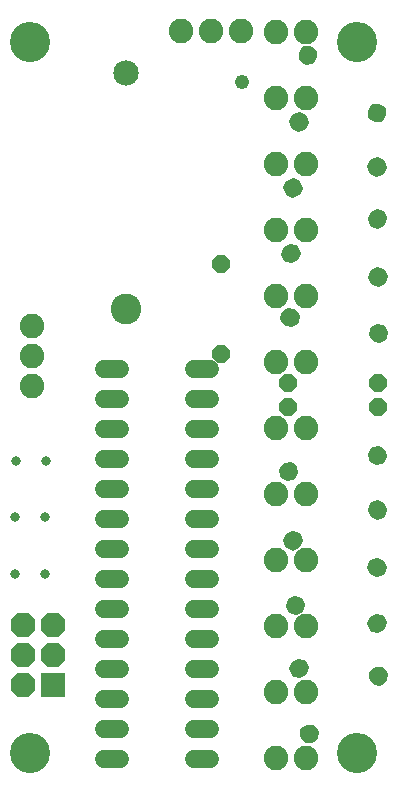
<source format=gts>
G75*
%MOIN*%
%OFA0B0*%
%FSLAX25Y25*%
%IPPOS*%
%LPD*%
%AMOC8*
5,1,8,0,0,1.08239X$1,22.5*
%
%ADD10C,0.13398*%
%ADD11C,0.03162*%
%ADD12C,0.06000*%
%ADD13OC8,0.06000*%
%ADD14C,0.08200*%
%ADD15C,0.01200*%
%ADD16R,0.08200X0.08200*%
%ADD17OC8,0.08200*%
%ADD18C,0.08477*%
%ADD19C,0.10249*%
%ADD20C,0.04800*%
D10*
X0017367Y0017900D03*
X0126567Y0017900D03*
X0126567Y0254800D03*
X0017367Y0254800D03*
D11*
X0012742Y0115130D03*
X0022742Y0115130D03*
X0022492Y0096515D03*
X0012492Y0096515D03*
X0012517Y0077700D03*
X0022517Y0077700D03*
D12*
X0042167Y0076030D02*
X0047367Y0076030D01*
X0047367Y0066030D02*
X0042167Y0066030D01*
X0042167Y0056030D02*
X0047367Y0056030D01*
X0047367Y0046030D02*
X0042167Y0046030D01*
X0042167Y0036030D02*
X0047367Y0036030D01*
X0047367Y0026030D02*
X0042167Y0026030D01*
X0042167Y0016030D02*
X0047367Y0016030D01*
X0072167Y0016030D02*
X0077367Y0016030D01*
X0077367Y0026030D02*
X0072167Y0026030D01*
X0072167Y0036030D02*
X0077367Y0036030D01*
X0077367Y0046030D02*
X0072167Y0046030D01*
X0072167Y0056030D02*
X0077367Y0056030D01*
X0077367Y0066030D02*
X0072167Y0066030D01*
X0072167Y0076030D02*
X0077367Y0076030D01*
X0077367Y0086030D02*
X0072167Y0086030D01*
X0072167Y0096030D02*
X0077367Y0096030D01*
X0077367Y0106030D02*
X0072167Y0106030D01*
X0072167Y0116030D02*
X0077367Y0116030D01*
X0077367Y0126030D02*
X0072167Y0126030D01*
X0072167Y0136030D02*
X0077367Y0136030D01*
X0077367Y0146030D02*
X0072167Y0146030D01*
X0047367Y0146030D02*
X0042167Y0146030D01*
X0042167Y0136030D02*
X0047367Y0136030D01*
X0047367Y0126030D02*
X0042167Y0126030D01*
X0042167Y0116030D02*
X0047367Y0116030D01*
X0047367Y0106030D02*
X0042167Y0106030D01*
X0042167Y0096030D02*
X0047367Y0096030D01*
X0047367Y0086030D02*
X0042167Y0086030D01*
D13*
X0103467Y0133200D03*
X0103467Y0141100D03*
X0081337Y0151000D03*
X0081337Y0181000D03*
X0133467Y0141100D03*
X0133467Y0133200D03*
D14*
X0109667Y0126200D03*
X0099667Y0126200D03*
X0099667Y0104200D03*
X0109667Y0104200D03*
X0109667Y0082200D03*
X0099667Y0082200D03*
X0099667Y0060200D03*
X0109667Y0060200D03*
X0109667Y0038200D03*
X0099667Y0038200D03*
X0099667Y0016200D03*
X0109667Y0016200D03*
X0018267Y0140180D03*
X0018267Y0150180D03*
X0018267Y0160180D03*
X0099667Y0170200D03*
X0109667Y0170200D03*
X0109667Y0148200D03*
X0099667Y0148200D03*
X0099667Y0192200D03*
X0109667Y0192200D03*
X0109667Y0214200D03*
X0099667Y0214200D03*
X0099667Y0236200D03*
X0109667Y0236200D03*
X0109667Y0258200D03*
X0099667Y0258200D03*
X0087767Y0258700D03*
X0077767Y0258700D03*
X0067767Y0258700D03*
D15*
X0108157Y0226840D02*
X0108757Y0226240D01*
X0106837Y0225725D01*
X0105116Y0226719D01*
X0104601Y0228639D01*
X0105595Y0230360D01*
X0107515Y0230875D01*
X0109236Y0229881D01*
X0109751Y0227961D01*
X0108757Y0226240D01*
X0108164Y0227013D01*
X0106964Y0226691D01*
X0105889Y0227312D01*
X0105567Y0228512D01*
X0106188Y0229587D01*
X0107388Y0229909D01*
X0108463Y0229288D01*
X0108785Y0228088D01*
X0108164Y0227013D01*
X0107571Y0227786D01*
X0107091Y0227657D01*
X0106662Y0227905D01*
X0106533Y0228385D01*
X0106781Y0228814D01*
X0107261Y0228943D01*
X0107690Y0228695D01*
X0107819Y0228215D01*
X0107571Y0227786D01*
X0106486Y0205076D02*
X0107086Y0204476D01*
X0105284Y0203635D01*
X0103417Y0204315D01*
X0102576Y0206117D01*
X0103256Y0207984D01*
X0105058Y0208825D01*
X0106925Y0208145D01*
X0107766Y0206343D01*
X0107086Y0204476D01*
X0106368Y0205134D01*
X0105241Y0204609D01*
X0104075Y0205033D01*
X0103550Y0206160D01*
X0103974Y0207326D01*
X0105101Y0207851D01*
X0106267Y0207427D01*
X0106792Y0206300D01*
X0106368Y0205134D01*
X0105649Y0205792D01*
X0105198Y0205582D01*
X0104733Y0205752D01*
X0104523Y0206203D01*
X0104693Y0206668D01*
X0105144Y0206878D01*
X0105609Y0206708D01*
X0105819Y0206257D01*
X0105649Y0205792D01*
X0105938Y0183401D02*
X0106538Y0182801D01*
X0104816Y0181807D01*
X0102897Y0182322D01*
X0101903Y0184044D01*
X0102418Y0185963D01*
X0104140Y0186957D01*
X0106059Y0186442D01*
X0107053Y0184720D01*
X0106538Y0182801D01*
X0105766Y0183394D01*
X0104689Y0182773D01*
X0103490Y0183094D01*
X0102869Y0184171D01*
X0103190Y0185370D01*
X0104267Y0185991D01*
X0105466Y0185670D01*
X0106087Y0184593D01*
X0105766Y0183394D01*
X0104993Y0183988D01*
X0104562Y0183739D01*
X0104084Y0183867D01*
X0103835Y0184298D01*
X0103963Y0184776D01*
X0104394Y0185025D01*
X0104872Y0184897D01*
X0105121Y0184466D01*
X0104993Y0183988D01*
X0105785Y0162210D02*
X0106385Y0161610D01*
X0104757Y0160469D01*
X0102800Y0160815D01*
X0101659Y0162443D01*
X0102005Y0164400D01*
X0103633Y0165541D01*
X0105590Y0165195D01*
X0106731Y0163567D01*
X0106385Y0161610D01*
X0105564Y0162133D01*
X0104546Y0161420D01*
X0103323Y0161636D01*
X0102610Y0162654D01*
X0102826Y0163877D01*
X0103844Y0164590D01*
X0105067Y0164374D01*
X0105780Y0163356D01*
X0105564Y0162133D01*
X0104742Y0162657D01*
X0104335Y0162372D01*
X0103847Y0162458D01*
X0103562Y0162865D01*
X0103648Y0163353D01*
X0104055Y0163638D01*
X0104543Y0163552D01*
X0104828Y0163145D01*
X0104742Y0162657D01*
X0135329Y0157000D02*
X0135929Y0156400D01*
X0134301Y0155259D01*
X0132344Y0155605D01*
X0131203Y0157233D01*
X0131549Y0159190D01*
X0133177Y0160331D01*
X0135134Y0159985D01*
X0136275Y0158357D01*
X0135929Y0156400D01*
X0135108Y0156923D01*
X0134090Y0156210D01*
X0132867Y0156426D01*
X0132154Y0157444D01*
X0132370Y0158667D01*
X0133388Y0159380D01*
X0134611Y0159164D01*
X0135324Y0158146D01*
X0135108Y0156923D01*
X0134286Y0157447D01*
X0133879Y0157162D01*
X0133391Y0157248D01*
X0133106Y0157655D01*
X0133192Y0158143D01*
X0133599Y0158428D01*
X0134087Y0158342D01*
X0134372Y0157935D01*
X0134286Y0157447D01*
X0134916Y0175637D02*
X0135516Y0175037D01*
X0133794Y0174043D01*
X0131875Y0174558D01*
X0130881Y0176280D01*
X0131396Y0178199D01*
X0133118Y0179193D01*
X0135037Y0178678D01*
X0136031Y0176956D01*
X0135516Y0175037D01*
X0134744Y0175630D01*
X0133667Y0175009D01*
X0132468Y0175330D01*
X0131847Y0176407D01*
X0132168Y0177606D01*
X0133245Y0178227D01*
X0134444Y0177906D01*
X0135065Y0176829D01*
X0134744Y0175630D01*
X0133971Y0176224D01*
X0133540Y0175975D01*
X0133062Y0176103D01*
X0132813Y0176534D01*
X0132941Y0177012D01*
X0133372Y0177261D01*
X0133850Y0177133D01*
X0134099Y0176702D01*
X0133971Y0176224D01*
X0134677Y0194816D02*
X0135277Y0194216D01*
X0133475Y0193375D01*
X0131608Y0194055D01*
X0130767Y0195857D01*
X0131447Y0197724D01*
X0133249Y0198565D01*
X0135116Y0197885D01*
X0135957Y0196083D01*
X0135277Y0194216D01*
X0134559Y0194874D01*
X0133432Y0194349D01*
X0132266Y0194773D01*
X0131741Y0195900D01*
X0132165Y0197066D01*
X0133292Y0197591D01*
X0134458Y0197167D01*
X0134983Y0196040D01*
X0134559Y0194874D01*
X0133840Y0195532D01*
X0133389Y0195322D01*
X0132924Y0195492D01*
X0132714Y0195943D01*
X0132884Y0196408D01*
X0133335Y0196618D01*
X0133800Y0196448D01*
X0134010Y0195997D01*
X0133840Y0195532D01*
X0134138Y0211840D02*
X0134738Y0211240D01*
X0132818Y0210725D01*
X0131097Y0211719D01*
X0130582Y0213639D01*
X0131576Y0215360D01*
X0133496Y0215875D01*
X0135217Y0214881D01*
X0135732Y0212961D01*
X0134738Y0211240D01*
X0134145Y0212013D01*
X0132945Y0211691D01*
X0131870Y0212312D01*
X0131548Y0213512D01*
X0132169Y0214587D01*
X0133369Y0214909D01*
X0134444Y0214288D01*
X0134766Y0213088D01*
X0134145Y0212013D01*
X0133552Y0212786D01*
X0133072Y0212657D01*
X0132643Y0212905D01*
X0132514Y0213385D01*
X0132762Y0213814D01*
X0133242Y0213943D01*
X0133671Y0213695D01*
X0133800Y0213215D01*
X0133552Y0212786D01*
X0133756Y0229554D02*
X0134356Y0228954D01*
X0132376Y0228781D01*
X0130853Y0230059D01*
X0130680Y0232039D01*
X0131958Y0233562D01*
X0133938Y0233735D01*
X0135461Y0232457D01*
X0135634Y0230477D01*
X0134356Y0228954D01*
X0133906Y0229819D01*
X0132669Y0229710D01*
X0131718Y0230509D01*
X0131609Y0231746D01*
X0132408Y0232697D01*
X0133645Y0232806D01*
X0134596Y0232007D01*
X0134705Y0230770D01*
X0133906Y0229819D01*
X0133457Y0230683D01*
X0132962Y0230639D01*
X0132582Y0230958D01*
X0132538Y0231453D01*
X0132857Y0231833D01*
X0133352Y0231877D01*
X0133732Y0231558D01*
X0133776Y0231063D01*
X0133457Y0230683D01*
X0110775Y0248838D02*
X0111375Y0248238D01*
X0109395Y0248065D01*
X0107872Y0249343D01*
X0107699Y0251323D01*
X0108977Y0252846D01*
X0110957Y0253019D01*
X0112480Y0251741D01*
X0112653Y0249761D01*
X0111375Y0248238D01*
X0110925Y0249103D01*
X0109688Y0248994D01*
X0108737Y0249793D01*
X0108628Y0251030D01*
X0109427Y0251981D01*
X0110664Y0252090D01*
X0111615Y0251291D01*
X0111724Y0250054D01*
X0110925Y0249103D01*
X0110476Y0249967D01*
X0109981Y0249923D01*
X0109601Y0250242D01*
X0109557Y0250737D01*
X0109876Y0251117D01*
X0110371Y0251161D01*
X0110751Y0250842D01*
X0110795Y0250347D01*
X0110476Y0249967D01*
X0135275Y0117043D02*
X0135875Y0116443D01*
X0134734Y0114815D01*
X0132777Y0114469D01*
X0131149Y0115610D01*
X0130803Y0117567D01*
X0131944Y0119195D01*
X0133901Y0119541D01*
X0135529Y0118400D01*
X0135875Y0116443D01*
X0134924Y0116654D01*
X0134211Y0115636D01*
X0132988Y0115420D01*
X0131970Y0116133D01*
X0131754Y0117356D01*
X0132467Y0118374D01*
X0133690Y0118590D01*
X0134708Y0117877D01*
X0134924Y0116654D01*
X0133972Y0116865D01*
X0133687Y0116458D01*
X0133199Y0116372D01*
X0132792Y0116657D01*
X0132706Y0117145D01*
X0132991Y0117552D01*
X0133479Y0117638D01*
X0133886Y0117353D01*
X0133972Y0116865D01*
X0135357Y0099417D02*
X0135957Y0098817D01*
X0135116Y0097015D01*
X0133249Y0096335D01*
X0131447Y0097176D01*
X0130767Y0099043D01*
X0131608Y0100845D01*
X0133475Y0101525D01*
X0135277Y0100684D01*
X0135957Y0098817D01*
X0134983Y0098860D01*
X0134458Y0097733D01*
X0133292Y0097309D01*
X0132165Y0097834D01*
X0131741Y0099000D01*
X0132266Y0100127D01*
X0133432Y0100551D01*
X0134559Y0100026D01*
X0134983Y0098860D01*
X0134010Y0098903D01*
X0133800Y0098452D01*
X0133335Y0098282D01*
X0132884Y0098492D01*
X0132714Y0098957D01*
X0132924Y0099408D01*
X0133389Y0099578D01*
X0133840Y0099368D01*
X0134010Y0098903D01*
X0135156Y0079252D02*
X0135756Y0079852D01*
X0135076Y0077984D01*
X0133274Y0077144D01*
X0131406Y0077824D01*
X0130566Y0079626D01*
X0131246Y0081494D01*
X0133048Y0082334D01*
X0134916Y0081654D01*
X0135756Y0079852D01*
X0134782Y0079810D01*
X0134357Y0078642D01*
X0133232Y0078118D01*
X0132064Y0078543D01*
X0131540Y0079668D01*
X0131965Y0080836D01*
X0133090Y0081360D01*
X0134258Y0080935D01*
X0134782Y0079810D01*
X0133809Y0079767D01*
X0133639Y0079301D01*
X0133189Y0079091D01*
X0132723Y0079261D01*
X0132513Y0079711D01*
X0132683Y0080177D01*
X0133133Y0080387D01*
X0133599Y0080217D01*
X0133809Y0079767D01*
X0135132Y0060839D02*
X0135732Y0061439D01*
X0135217Y0059519D01*
X0133496Y0058525D01*
X0131576Y0059040D01*
X0130582Y0060761D01*
X0131097Y0062681D01*
X0132818Y0063675D01*
X0134738Y0063160D01*
X0135732Y0061439D01*
X0134766Y0061312D01*
X0134444Y0060112D01*
X0133369Y0059491D01*
X0132169Y0059813D01*
X0131548Y0060888D01*
X0131870Y0062088D01*
X0132945Y0062709D01*
X0134145Y0062387D01*
X0134766Y0061312D01*
X0133800Y0061185D01*
X0133671Y0060705D01*
X0133242Y0060457D01*
X0132762Y0060586D01*
X0132514Y0061015D01*
X0132643Y0061495D01*
X0133072Y0061743D01*
X0133552Y0061614D01*
X0133800Y0061185D01*
X0135434Y0043723D02*
X0136034Y0044323D01*
X0135861Y0042343D01*
X0134338Y0041065D01*
X0132358Y0041238D01*
X0131080Y0042761D01*
X0131253Y0044741D01*
X0132776Y0046019D01*
X0134756Y0045846D01*
X0136034Y0044323D01*
X0135105Y0044030D01*
X0134996Y0042793D01*
X0134045Y0041994D01*
X0132808Y0042103D01*
X0132009Y0043054D01*
X0132118Y0044291D01*
X0133069Y0045090D01*
X0134306Y0044981D01*
X0135105Y0044030D01*
X0134176Y0043737D01*
X0134132Y0043242D01*
X0133752Y0042923D01*
X0133257Y0042967D01*
X0132938Y0043347D01*
X0132982Y0043842D01*
X0133362Y0044161D01*
X0133857Y0044117D01*
X0134176Y0043737D01*
X0109151Y0045839D02*
X0109751Y0046439D01*
X0109236Y0044519D01*
X0107515Y0043525D01*
X0105595Y0044040D01*
X0104601Y0045761D01*
X0105116Y0047681D01*
X0106837Y0048675D01*
X0108757Y0048160D01*
X0109751Y0046439D01*
X0108785Y0046312D01*
X0108463Y0045112D01*
X0107388Y0044491D01*
X0106188Y0044813D01*
X0105567Y0045888D01*
X0105889Y0047088D01*
X0106964Y0047709D01*
X0108164Y0047387D01*
X0108785Y0046312D01*
X0107819Y0046185D01*
X0107690Y0045705D01*
X0107261Y0045457D01*
X0106781Y0045586D01*
X0106533Y0046015D01*
X0106662Y0046495D01*
X0107091Y0046743D01*
X0107571Y0046614D01*
X0107819Y0046185D01*
X0107967Y0066574D02*
X0108567Y0067174D01*
X0107887Y0065306D01*
X0106085Y0064466D01*
X0104217Y0065146D01*
X0103377Y0066948D01*
X0104057Y0068816D01*
X0105859Y0069656D01*
X0107727Y0068976D01*
X0108567Y0067174D01*
X0107593Y0067132D01*
X0107168Y0065964D01*
X0106043Y0065440D01*
X0104875Y0065865D01*
X0104351Y0066990D01*
X0104776Y0068158D01*
X0105901Y0068682D01*
X0107069Y0068257D01*
X0107593Y0067132D01*
X0106620Y0067089D01*
X0106450Y0066623D01*
X0106000Y0066413D01*
X0105534Y0066583D01*
X0105324Y0067033D01*
X0105494Y0067499D01*
X0105944Y0067709D01*
X0106410Y0067539D01*
X0106620Y0067089D01*
X0107166Y0089157D02*
X0107766Y0088557D01*
X0106925Y0086755D01*
X0105058Y0086075D01*
X0103256Y0086916D01*
X0102576Y0088783D01*
X0103417Y0090585D01*
X0105284Y0091265D01*
X0107086Y0090424D01*
X0107766Y0088557D01*
X0106792Y0088600D01*
X0106267Y0087473D01*
X0105101Y0087049D01*
X0103974Y0087574D01*
X0103550Y0088740D01*
X0104075Y0089867D01*
X0105241Y0090291D01*
X0106368Y0089766D01*
X0106792Y0088600D01*
X0105819Y0088643D01*
X0105609Y0088192D01*
X0105144Y0088022D01*
X0104693Y0088232D01*
X0104523Y0088697D01*
X0104733Y0089148D01*
X0105198Y0089318D01*
X0105649Y0089108D01*
X0105819Y0088643D01*
X0105731Y0111833D02*
X0106331Y0111233D01*
X0105190Y0109605D01*
X0103233Y0109259D01*
X0101605Y0110400D01*
X0101259Y0112357D01*
X0102400Y0113985D01*
X0104357Y0114331D01*
X0105985Y0113190D01*
X0106331Y0111233D01*
X0105380Y0111444D01*
X0104667Y0110426D01*
X0103444Y0110210D01*
X0102426Y0110923D01*
X0102210Y0112146D01*
X0102923Y0113164D01*
X0104146Y0113380D01*
X0105164Y0112667D01*
X0105380Y0111444D01*
X0104428Y0111655D01*
X0104143Y0111248D01*
X0103655Y0111162D01*
X0103248Y0111447D01*
X0103162Y0111935D01*
X0103447Y0112342D01*
X0103935Y0112428D01*
X0104342Y0112143D01*
X0104428Y0111655D01*
X0112453Y0024439D02*
X0113053Y0025039D01*
X0112880Y0023059D01*
X0111357Y0021781D01*
X0109377Y0021954D01*
X0108099Y0023477D01*
X0108272Y0025457D01*
X0109795Y0026735D01*
X0111775Y0026562D01*
X0113053Y0025039D01*
X0112124Y0024746D01*
X0112015Y0023509D01*
X0111064Y0022710D01*
X0109827Y0022819D01*
X0109028Y0023770D01*
X0109137Y0025007D01*
X0110088Y0025806D01*
X0111325Y0025697D01*
X0112124Y0024746D01*
X0111195Y0024453D01*
X0111151Y0023958D01*
X0110771Y0023639D01*
X0110276Y0023683D01*
X0109957Y0024063D01*
X0110001Y0024558D01*
X0110381Y0024877D01*
X0110876Y0024833D01*
X0111195Y0024453D01*
D16*
X0025167Y0040700D03*
D17*
X0025167Y0050700D03*
X0015167Y0050700D03*
X0015167Y0040700D03*
X0015167Y0060700D03*
X0025167Y0060700D03*
D18*
X0049567Y0244487D03*
D19*
X0049567Y0165746D03*
D20*
X0088067Y0241600D03*
M02*

</source>
